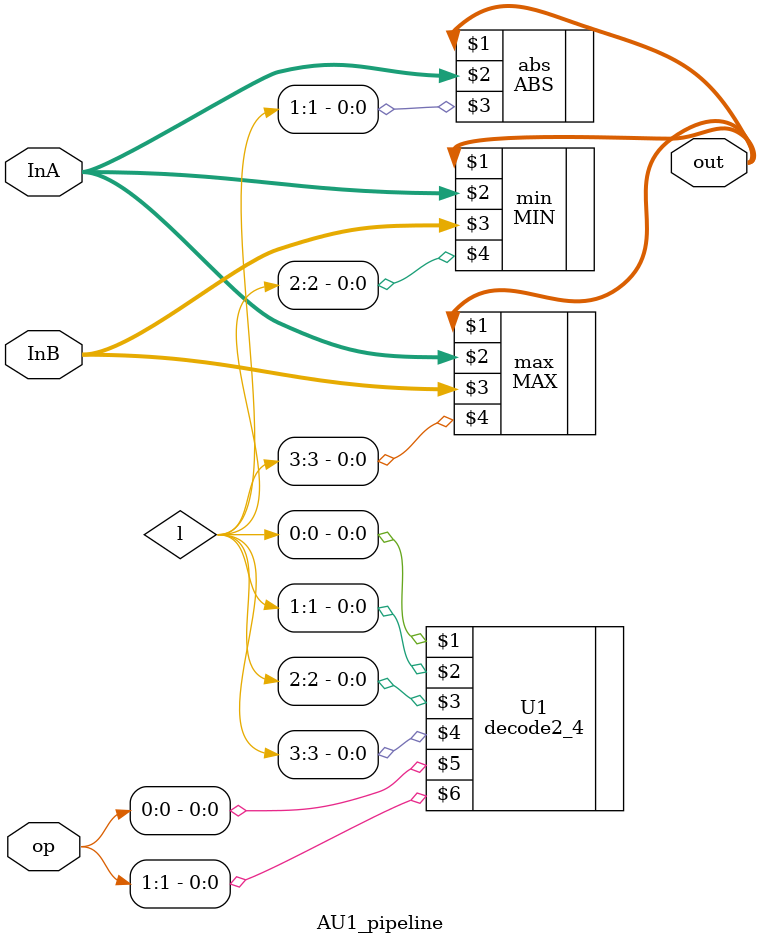
<source format=v>
module AU1_pipeline(out, InA, InB, op);
	output [4:0] out;
	input [4:0] InA, InB;
	input [1:0] op;
	wire [3:0] l;

	decode2_4 U1 (l[0], l[1], l[2], l[3], op[0], op[1]);

	ABS abs(out, InA, l[1]);
	MIN min(out, InA, InB, l[2]);
	MAX max(out, InA, InB, l[3]);
endmodule


</source>
